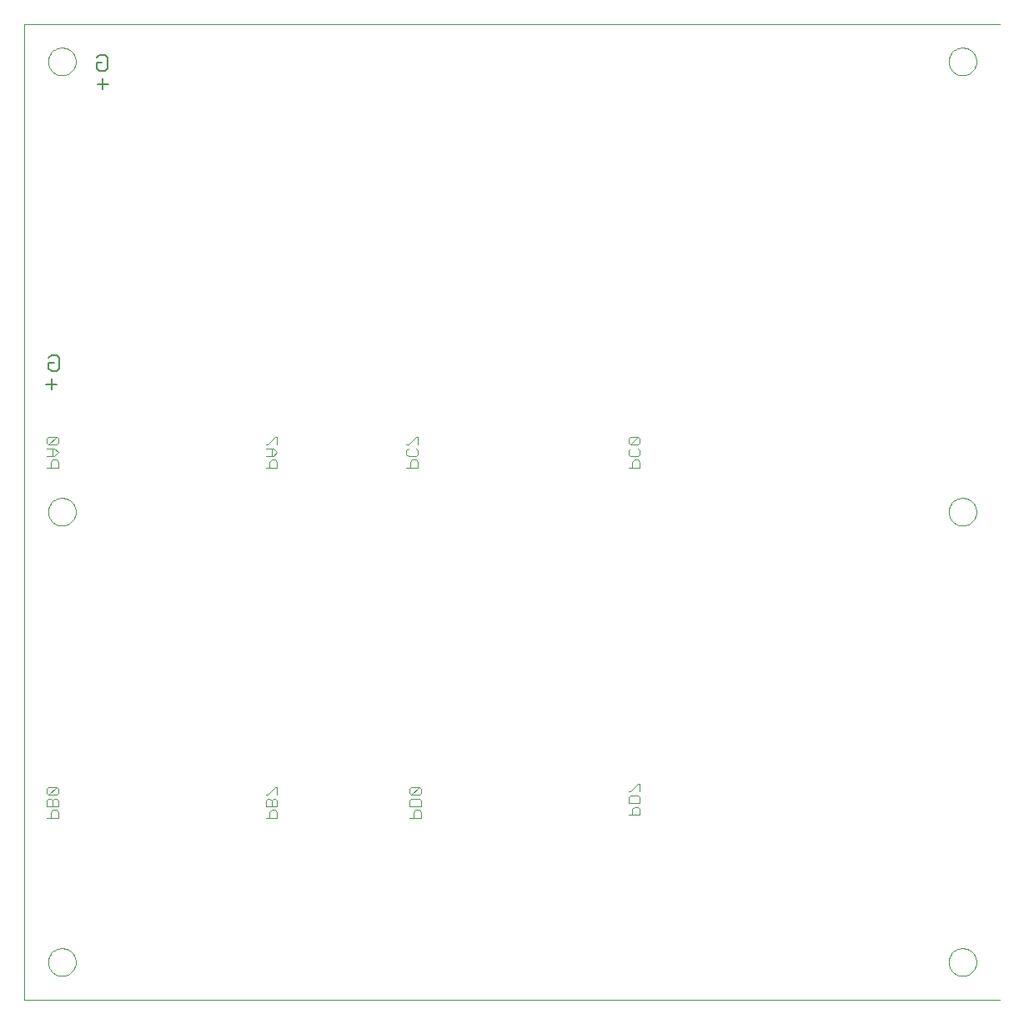
<source format=gbo>
G75*
%MOIN*%
%OFA0B0*%
%FSLAX24Y24*%
%IPPOS*%
%LPD*%
%AMOC8*
5,1,8,0,0,1.08239X$1,22.5*
%
%ADD10C,0.0000*%
%ADD11C,0.0040*%
%ADD12C,0.0060*%
D10*
X000180Y000180D02*
X000180Y039180D01*
X039180Y039180D01*
X037129Y037680D02*
X037131Y037727D01*
X037137Y037773D01*
X037147Y037819D01*
X037160Y037864D01*
X037178Y037907D01*
X037199Y037949D01*
X037223Y037989D01*
X037251Y038026D01*
X037282Y038061D01*
X037316Y038094D01*
X037352Y038123D01*
X037391Y038149D01*
X037432Y038172D01*
X037475Y038191D01*
X037519Y038207D01*
X037564Y038219D01*
X037610Y038227D01*
X037657Y038231D01*
X037703Y038231D01*
X037750Y038227D01*
X037796Y038219D01*
X037841Y038207D01*
X037885Y038191D01*
X037928Y038172D01*
X037969Y038149D01*
X038008Y038123D01*
X038044Y038094D01*
X038078Y038061D01*
X038109Y038026D01*
X038137Y037989D01*
X038161Y037949D01*
X038182Y037907D01*
X038200Y037864D01*
X038213Y037819D01*
X038223Y037773D01*
X038229Y037727D01*
X038231Y037680D01*
X038229Y037633D01*
X038223Y037587D01*
X038213Y037541D01*
X038200Y037496D01*
X038182Y037453D01*
X038161Y037411D01*
X038137Y037371D01*
X038109Y037334D01*
X038078Y037299D01*
X038044Y037266D01*
X038008Y037237D01*
X037969Y037211D01*
X037928Y037188D01*
X037885Y037169D01*
X037841Y037153D01*
X037796Y037141D01*
X037750Y037133D01*
X037703Y037129D01*
X037657Y037129D01*
X037610Y037133D01*
X037564Y037141D01*
X037519Y037153D01*
X037475Y037169D01*
X037432Y037188D01*
X037391Y037211D01*
X037352Y037237D01*
X037316Y037266D01*
X037282Y037299D01*
X037251Y037334D01*
X037223Y037371D01*
X037199Y037411D01*
X037178Y037453D01*
X037160Y037496D01*
X037147Y037541D01*
X037137Y037587D01*
X037131Y037633D01*
X037129Y037680D01*
X037129Y019680D02*
X037131Y019727D01*
X037137Y019773D01*
X037147Y019819D01*
X037160Y019864D01*
X037178Y019907D01*
X037199Y019949D01*
X037223Y019989D01*
X037251Y020026D01*
X037282Y020061D01*
X037316Y020094D01*
X037352Y020123D01*
X037391Y020149D01*
X037432Y020172D01*
X037475Y020191D01*
X037519Y020207D01*
X037564Y020219D01*
X037610Y020227D01*
X037657Y020231D01*
X037703Y020231D01*
X037750Y020227D01*
X037796Y020219D01*
X037841Y020207D01*
X037885Y020191D01*
X037928Y020172D01*
X037969Y020149D01*
X038008Y020123D01*
X038044Y020094D01*
X038078Y020061D01*
X038109Y020026D01*
X038137Y019989D01*
X038161Y019949D01*
X038182Y019907D01*
X038200Y019864D01*
X038213Y019819D01*
X038223Y019773D01*
X038229Y019727D01*
X038231Y019680D01*
X038229Y019633D01*
X038223Y019587D01*
X038213Y019541D01*
X038200Y019496D01*
X038182Y019453D01*
X038161Y019411D01*
X038137Y019371D01*
X038109Y019334D01*
X038078Y019299D01*
X038044Y019266D01*
X038008Y019237D01*
X037969Y019211D01*
X037928Y019188D01*
X037885Y019169D01*
X037841Y019153D01*
X037796Y019141D01*
X037750Y019133D01*
X037703Y019129D01*
X037657Y019129D01*
X037610Y019133D01*
X037564Y019141D01*
X037519Y019153D01*
X037475Y019169D01*
X037432Y019188D01*
X037391Y019211D01*
X037352Y019237D01*
X037316Y019266D01*
X037282Y019299D01*
X037251Y019334D01*
X037223Y019371D01*
X037199Y019411D01*
X037178Y019453D01*
X037160Y019496D01*
X037147Y019541D01*
X037137Y019587D01*
X037131Y019633D01*
X037129Y019680D01*
X037129Y001680D02*
X037131Y001727D01*
X037137Y001773D01*
X037147Y001819D01*
X037160Y001864D01*
X037178Y001907D01*
X037199Y001949D01*
X037223Y001989D01*
X037251Y002026D01*
X037282Y002061D01*
X037316Y002094D01*
X037352Y002123D01*
X037391Y002149D01*
X037432Y002172D01*
X037475Y002191D01*
X037519Y002207D01*
X037564Y002219D01*
X037610Y002227D01*
X037657Y002231D01*
X037703Y002231D01*
X037750Y002227D01*
X037796Y002219D01*
X037841Y002207D01*
X037885Y002191D01*
X037928Y002172D01*
X037969Y002149D01*
X038008Y002123D01*
X038044Y002094D01*
X038078Y002061D01*
X038109Y002026D01*
X038137Y001989D01*
X038161Y001949D01*
X038182Y001907D01*
X038200Y001864D01*
X038213Y001819D01*
X038223Y001773D01*
X038229Y001727D01*
X038231Y001680D01*
X038229Y001633D01*
X038223Y001587D01*
X038213Y001541D01*
X038200Y001496D01*
X038182Y001453D01*
X038161Y001411D01*
X038137Y001371D01*
X038109Y001334D01*
X038078Y001299D01*
X038044Y001266D01*
X038008Y001237D01*
X037969Y001211D01*
X037928Y001188D01*
X037885Y001169D01*
X037841Y001153D01*
X037796Y001141D01*
X037750Y001133D01*
X037703Y001129D01*
X037657Y001129D01*
X037610Y001133D01*
X037564Y001141D01*
X037519Y001153D01*
X037475Y001169D01*
X037432Y001188D01*
X037391Y001211D01*
X037352Y001237D01*
X037316Y001266D01*
X037282Y001299D01*
X037251Y001334D01*
X037223Y001371D01*
X037199Y001411D01*
X037178Y001453D01*
X037160Y001496D01*
X037147Y001541D01*
X037137Y001587D01*
X037131Y001633D01*
X037129Y001680D01*
X039180Y000180D02*
X000180Y000180D01*
X001129Y001680D02*
X001131Y001727D01*
X001137Y001773D01*
X001147Y001819D01*
X001160Y001864D01*
X001178Y001907D01*
X001199Y001949D01*
X001223Y001989D01*
X001251Y002026D01*
X001282Y002061D01*
X001316Y002094D01*
X001352Y002123D01*
X001391Y002149D01*
X001432Y002172D01*
X001475Y002191D01*
X001519Y002207D01*
X001564Y002219D01*
X001610Y002227D01*
X001657Y002231D01*
X001703Y002231D01*
X001750Y002227D01*
X001796Y002219D01*
X001841Y002207D01*
X001885Y002191D01*
X001928Y002172D01*
X001969Y002149D01*
X002008Y002123D01*
X002044Y002094D01*
X002078Y002061D01*
X002109Y002026D01*
X002137Y001989D01*
X002161Y001949D01*
X002182Y001907D01*
X002200Y001864D01*
X002213Y001819D01*
X002223Y001773D01*
X002229Y001727D01*
X002231Y001680D01*
X002229Y001633D01*
X002223Y001587D01*
X002213Y001541D01*
X002200Y001496D01*
X002182Y001453D01*
X002161Y001411D01*
X002137Y001371D01*
X002109Y001334D01*
X002078Y001299D01*
X002044Y001266D01*
X002008Y001237D01*
X001969Y001211D01*
X001928Y001188D01*
X001885Y001169D01*
X001841Y001153D01*
X001796Y001141D01*
X001750Y001133D01*
X001703Y001129D01*
X001657Y001129D01*
X001610Y001133D01*
X001564Y001141D01*
X001519Y001153D01*
X001475Y001169D01*
X001432Y001188D01*
X001391Y001211D01*
X001352Y001237D01*
X001316Y001266D01*
X001282Y001299D01*
X001251Y001334D01*
X001223Y001371D01*
X001199Y001411D01*
X001178Y001453D01*
X001160Y001496D01*
X001147Y001541D01*
X001137Y001587D01*
X001131Y001633D01*
X001129Y001680D01*
X001129Y019680D02*
X001131Y019727D01*
X001137Y019773D01*
X001147Y019819D01*
X001160Y019864D01*
X001178Y019907D01*
X001199Y019949D01*
X001223Y019989D01*
X001251Y020026D01*
X001282Y020061D01*
X001316Y020094D01*
X001352Y020123D01*
X001391Y020149D01*
X001432Y020172D01*
X001475Y020191D01*
X001519Y020207D01*
X001564Y020219D01*
X001610Y020227D01*
X001657Y020231D01*
X001703Y020231D01*
X001750Y020227D01*
X001796Y020219D01*
X001841Y020207D01*
X001885Y020191D01*
X001928Y020172D01*
X001969Y020149D01*
X002008Y020123D01*
X002044Y020094D01*
X002078Y020061D01*
X002109Y020026D01*
X002137Y019989D01*
X002161Y019949D01*
X002182Y019907D01*
X002200Y019864D01*
X002213Y019819D01*
X002223Y019773D01*
X002229Y019727D01*
X002231Y019680D01*
X002229Y019633D01*
X002223Y019587D01*
X002213Y019541D01*
X002200Y019496D01*
X002182Y019453D01*
X002161Y019411D01*
X002137Y019371D01*
X002109Y019334D01*
X002078Y019299D01*
X002044Y019266D01*
X002008Y019237D01*
X001969Y019211D01*
X001928Y019188D01*
X001885Y019169D01*
X001841Y019153D01*
X001796Y019141D01*
X001750Y019133D01*
X001703Y019129D01*
X001657Y019129D01*
X001610Y019133D01*
X001564Y019141D01*
X001519Y019153D01*
X001475Y019169D01*
X001432Y019188D01*
X001391Y019211D01*
X001352Y019237D01*
X001316Y019266D01*
X001282Y019299D01*
X001251Y019334D01*
X001223Y019371D01*
X001199Y019411D01*
X001178Y019453D01*
X001160Y019496D01*
X001147Y019541D01*
X001137Y019587D01*
X001131Y019633D01*
X001129Y019680D01*
X001129Y037680D02*
X001131Y037727D01*
X001137Y037773D01*
X001147Y037819D01*
X001160Y037864D01*
X001178Y037907D01*
X001199Y037949D01*
X001223Y037989D01*
X001251Y038026D01*
X001282Y038061D01*
X001316Y038094D01*
X001352Y038123D01*
X001391Y038149D01*
X001432Y038172D01*
X001475Y038191D01*
X001519Y038207D01*
X001564Y038219D01*
X001610Y038227D01*
X001657Y038231D01*
X001703Y038231D01*
X001750Y038227D01*
X001796Y038219D01*
X001841Y038207D01*
X001885Y038191D01*
X001928Y038172D01*
X001969Y038149D01*
X002008Y038123D01*
X002044Y038094D01*
X002078Y038061D01*
X002109Y038026D01*
X002137Y037989D01*
X002161Y037949D01*
X002182Y037907D01*
X002200Y037864D01*
X002213Y037819D01*
X002223Y037773D01*
X002229Y037727D01*
X002231Y037680D01*
X002229Y037633D01*
X002223Y037587D01*
X002213Y037541D01*
X002200Y037496D01*
X002182Y037453D01*
X002161Y037411D01*
X002137Y037371D01*
X002109Y037334D01*
X002078Y037299D01*
X002044Y037266D01*
X002008Y037237D01*
X001969Y037211D01*
X001928Y037188D01*
X001885Y037169D01*
X001841Y037153D01*
X001796Y037141D01*
X001750Y037133D01*
X001703Y037129D01*
X001657Y037129D01*
X001610Y037133D01*
X001564Y037141D01*
X001519Y037153D01*
X001475Y037169D01*
X001432Y037188D01*
X001391Y037211D01*
X001352Y037237D01*
X001316Y037266D01*
X001282Y037299D01*
X001251Y037334D01*
X001223Y037371D01*
X001199Y037411D01*
X001178Y037453D01*
X001160Y037496D01*
X001147Y037541D01*
X001137Y037587D01*
X001131Y037633D01*
X001129Y037680D01*
D11*
X001152Y022678D02*
X001075Y022601D01*
X001075Y022448D01*
X001152Y022371D01*
X001459Y022678D01*
X001152Y022678D01*
X001459Y022678D02*
X001535Y022601D01*
X001535Y022448D01*
X001459Y022371D01*
X001152Y022371D01*
X001075Y022217D02*
X001382Y022217D01*
X001535Y022064D01*
X001382Y021910D01*
X001075Y021910D01*
X001305Y021910D02*
X001305Y022217D01*
X001305Y021757D02*
X001228Y021680D01*
X001228Y021450D01*
X001075Y021450D02*
X001535Y021450D01*
X001535Y021680D01*
X001459Y021757D01*
X001305Y021757D01*
X009825Y021910D02*
X010132Y021910D01*
X010285Y022064D01*
X010132Y022217D01*
X009825Y022217D01*
X009825Y022371D02*
X009902Y022371D01*
X010209Y022678D01*
X010285Y022678D01*
X010285Y022371D01*
X010055Y022217D02*
X010055Y021910D01*
X010055Y021757D02*
X009978Y021680D01*
X009978Y021450D01*
X009825Y021450D02*
X010285Y021450D01*
X010285Y021680D01*
X010209Y021757D01*
X010055Y021757D01*
X015450Y021987D02*
X015450Y022141D01*
X015527Y022217D01*
X015527Y022371D02*
X015450Y022371D01*
X015527Y022371D02*
X015834Y022678D01*
X015910Y022678D01*
X015910Y022371D01*
X015834Y022217D02*
X015910Y022141D01*
X015910Y021987D01*
X015834Y021910D01*
X015527Y021910D01*
X015450Y021987D01*
X015680Y021757D02*
X015603Y021680D01*
X015603Y021450D01*
X015450Y021450D02*
X015910Y021450D01*
X015910Y021680D01*
X015834Y021757D01*
X015680Y021757D01*
X024325Y021987D02*
X024325Y022141D01*
X024402Y022217D01*
X024402Y022371D02*
X024709Y022678D01*
X024402Y022678D01*
X024325Y022601D01*
X024325Y022448D01*
X024402Y022371D01*
X024709Y022371D01*
X024785Y022448D01*
X024785Y022601D01*
X024709Y022678D01*
X024709Y022217D02*
X024785Y022141D01*
X024785Y021987D01*
X024709Y021910D01*
X024402Y021910D01*
X024325Y021987D01*
X024555Y021757D02*
X024478Y021680D01*
X024478Y021450D01*
X024325Y021450D02*
X024785Y021450D01*
X024785Y021680D01*
X024709Y021757D01*
X024555Y021757D01*
X024709Y008803D02*
X024402Y008496D01*
X024325Y008496D01*
X024402Y008342D02*
X024709Y008342D01*
X024785Y008266D01*
X024785Y008035D01*
X024325Y008035D01*
X024325Y008266D01*
X024402Y008342D01*
X024785Y008496D02*
X024785Y008803D01*
X024709Y008803D01*
X024709Y007882D02*
X024555Y007882D01*
X024478Y007805D01*
X024478Y007575D01*
X024325Y007575D02*
X024785Y007575D01*
X024785Y007805D01*
X024709Y007882D01*
X016035Y007910D02*
X016035Y008141D01*
X015959Y008217D01*
X015652Y008217D01*
X015575Y008141D01*
X015575Y007910D01*
X016035Y007910D01*
X015959Y007757D02*
X015805Y007757D01*
X015728Y007680D01*
X015728Y007450D01*
X015575Y007450D02*
X016035Y007450D01*
X016035Y007680D01*
X015959Y007757D01*
X015959Y008371D02*
X015652Y008371D01*
X015959Y008678D01*
X015652Y008678D01*
X015575Y008601D01*
X015575Y008448D01*
X015652Y008371D01*
X015959Y008371D02*
X016035Y008448D01*
X016035Y008601D01*
X015959Y008678D01*
X010285Y008678D02*
X010285Y008371D01*
X010209Y008217D02*
X010132Y008217D01*
X010055Y008141D01*
X010055Y007910D01*
X010055Y007757D02*
X009978Y007680D01*
X009978Y007450D01*
X009825Y007450D02*
X010285Y007450D01*
X010285Y007680D01*
X010209Y007757D01*
X010055Y007757D01*
X009825Y007910D02*
X009825Y008141D01*
X009902Y008217D01*
X009978Y008217D01*
X010055Y008141D01*
X010209Y008217D02*
X010285Y008141D01*
X010285Y007910D01*
X009825Y007910D01*
X009825Y008371D02*
X009902Y008371D01*
X010209Y008678D01*
X010285Y008678D01*
X001535Y008601D02*
X001459Y008678D01*
X001152Y008371D01*
X001075Y008448D01*
X001075Y008601D01*
X001152Y008678D01*
X001459Y008678D01*
X001535Y008601D02*
X001535Y008448D01*
X001459Y008371D01*
X001152Y008371D01*
X001152Y008217D02*
X001075Y008141D01*
X001075Y007910D01*
X001535Y007910D01*
X001535Y008141D01*
X001459Y008217D01*
X001382Y008217D01*
X001305Y008141D01*
X001305Y007910D01*
X001305Y007757D02*
X001228Y007680D01*
X001228Y007450D01*
X001075Y007450D02*
X001535Y007450D01*
X001535Y007680D01*
X001459Y007757D01*
X001305Y007757D01*
X001305Y008141D02*
X001228Y008217D01*
X001152Y008217D01*
D12*
X001261Y024567D02*
X001261Y024994D01*
X001048Y024780D02*
X001475Y024780D01*
X001468Y025310D02*
X001255Y025310D01*
X001148Y025417D01*
X001148Y025630D01*
X001361Y025630D01*
X001148Y025844D02*
X001255Y025951D01*
X001468Y025951D01*
X001575Y025844D01*
X001575Y025417D01*
X001468Y025310D01*
X003311Y036567D02*
X003311Y036994D01*
X003098Y036780D02*
X003525Y036780D01*
X003393Y037310D02*
X003180Y037310D01*
X003073Y037417D01*
X003073Y037630D01*
X003286Y037630D01*
X003073Y037844D02*
X003180Y037951D01*
X003393Y037951D01*
X003500Y037844D01*
X003500Y037417D01*
X003393Y037310D01*
M02*

</source>
